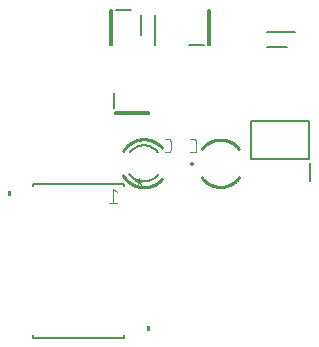
<source format=gbr>
G04 EAGLE Gerber RS-274X export*
G75*
%MOMM*%
%FSLAX34Y34*%
%LPD*%
%INSilkscreen Bottom*%
%IPPOS*%
%AMOC8*
5,1,8,0,0,1.08239X$1,22.5*%
G01*
%ADD10C,0.101600*%
%ADD11C,0.200000*%
%ADD12C,0.152400*%
%ADD13C,0.254000*%
%ADD14C,0.076200*%

G36*
X-145156Y127620D02*
X-145156Y127620D01*
X-145154Y127619D01*
X-145111Y127639D01*
X-145067Y127657D01*
X-145067Y127659D01*
X-145065Y127660D01*
X-145032Y127745D01*
X-145032Y131555D01*
X-145033Y131557D01*
X-145032Y131559D01*
X-145052Y131602D01*
X-145070Y131646D01*
X-145072Y131646D01*
X-145073Y131648D01*
X-145158Y131681D01*
X-147698Y131681D01*
X-147700Y131680D01*
X-147702Y131681D01*
X-147745Y131661D01*
X-147789Y131643D01*
X-147789Y131641D01*
X-147791Y131640D01*
X-147824Y131555D01*
X-147824Y127745D01*
X-147823Y127743D01*
X-147824Y127741D01*
X-147804Y127698D01*
X-147786Y127654D01*
X-147784Y127654D01*
X-147783Y127652D01*
X-147698Y127619D01*
X-145158Y127619D01*
X-145156Y127620D01*
G37*
G36*
X-27300Y13320D02*
X-27300Y13320D01*
X-27298Y13319D01*
X-27255Y13339D01*
X-27211Y13357D01*
X-27211Y13359D01*
X-27209Y13360D01*
X-27176Y13445D01*
X-27176Y17255D01*
X-27177Y17257D01*
X-27176Y17259D01*
X-27196Y17302D01*
X-27214Y17346D01*
X-27216Y17346D01*
X-27217Y17348D01*
X-27302Y17381D01*
X-29842Y17381D01*
X-29844Y17380D01*
X-29846Y17381D01*
X-29889Y17361D01*
X-29933Y17343D01*
X-29933Y17341D01*
X-29935Y17340D01*
X-29968Y17255D01*
X-29968Y13445D01*
X-29967Y13443D01*
X-29968Y13441D01*
X-29948Y13398D01*
X-29930Y13354D01*
X-29928Y13354D01*
X-29927Y13352D01*
X-29842Y13319D01*
X-27302Y13319D01*
X-27300Y13320D01*
G37*
D10*
X-55508Y130746D02*
X-58754Y133342D01*
X-58754Y121658D01*
X-61999Y121658D02*
X-55508Y121658D01*
X6799Y164158D02*
X9396Y164158D01*
X9495Y164160D01*
X9595Y164166D01*
X9694Y164175D01*
X9792Y164188D01*
X9890Y164205D01*
X9988Y164226D01*
X10084Y164251D01*
X10179Y164279D01*
X10273Y164311D01*
X10366Y164346D01*
X10458Y164385D01*
X10548Y164428D01*
X10636Y164473D01*
X10723Y164523D01*
X10807Y164575D01*
X10890Y164631D01*
X10970Y164689D01*
X11048Y164751D01*
X11123Y164816D01*
X11196Y164884D01*
X11266Y164954D01*
X11334Y165027D01*
X11399Y165102D01*
X11461Y165180D01*
X11519Y165260D01*
X11575Y165343D01*
X11627Y165427D01*
X11677Y165514D01*
X11722Y165602D01*
X11765Y165692D01*
X11804Y165784D01*
X11839Y165877D01*
X11871Y165971D01*
X11899Y166066D01*
X11924Y166162D01*
X11945Y166260D01*
X11962Y166358D01*
X11975Y166456D01*
X11984Y166555D01*
X11990Y166655D01*
X11992Y166754D01*
X11992Y173246D01*
X11990Y173345D01*
X11984Y173445D01*
X11975Y173544D01*
X11962Y173642D01*
X11945Y173740D01*
X11924Y173838D01*
X11899Y173934D01*
X11871Y174029D01*
X11839Y174123D01*
X11804Y174216D01*
X11765Y174308D01*
X11722Y174398D01*
X11677Y174486D01*
X11627Y174573D01*
X11575Y174657D01*
X11519Y174740D01*
X11461Y174820D01*
X11399Y174898D01*
X11334Y174973D01*
X11266Y175046D01*
X11196Y175116D01*
X11123Y175184D01*
X11048Y175249D01*
X10970Y175311D01*
X10890Y175369D01*
X10807Y175425D01*
X10723Y175477D01*
X10636Y175527D01*
X10548Y175572D01*
X10458Y175615D01*
X10366Y175654D01*
X10273Y175689D01*
X10179Y175721D01*
X10084Y175749D01*
X9988Y175774D01*
X9890Y175795D01*
X9792Y175812D01*
X9694Y175825D01*
X9595Y175834D01*
X9495Y175840D01*
X9396Y175842D01*
X6799Y175842D01*
X-12321Y164158D02*
X-14918Y164158D01*
X-12321Y164158D02*
X-12222Y164160D01*
X-12122Y164166D01*
X-12023Y164175D01*
X-11925Y164188D01*
X-11827Y164205D01*
X-11729Y164226D01*
X-11633Y164251D01*
X-11538Y164279D01*
X-11444Y164311D01*
X-11351Y164346D01*
X-11259Y164385D01*
X-11169Y164428D01*
X-11081Y164473D01*
X-10994Y164523D01*
X-10910Y164575D01*
X-10827Y164631D01*
X-10747Y164689D01*
X-10669Y164751D01*
X-10594Y164816D01*
X-10521Y164884D01*
X-10451Y164954D01*
X-10383Y165027D01*
X-10318Y165102D01*
X-10256Y165180D01*
X-10198Y165260D01*
X-10142Y165343D01*
X-10090Y165427D01*
X-10040Y165514D01*
X-9995Y165602D01*
X-9952Y165692D01*
X-9913Y165784D01*
X-9878Y165877D01*
X-9846Y165971D01*
X-9818Y166066D01*
X-9793Y166162D01*
X-9772Y166260D01*
X-9755Y166358D01*
X-9742Y166456D01*
X-9733Y166555D01*
X-9727Y166655D01*
X-9725Y166754D01*
X-9725Y173246D01*
X-9727Y173345D01*
X-9733Y173445D01*
X-9742Y173544D01*
X-9755Y173642D01*
X-9772Y173740D01*
X-9793Y173838D01*
X-9818Y173934D01*
X-9846Y174029D01*
X-9878Y174123D01*
X-9913Y174216D01*
X-9952Y174308D01*
X-9995Y174398D01*
X-10040Y174486D01*
X-10090Y174573D01*
X-10142Y174657D01*
X-10198Y174740D01*
X-10256Y174820D01*
X-10318Y174898D01*
X-10383Y174973D01*
X-10451Y175046D01*
X-10521Y175116D01*
X-10594Y175184D01*
X-10669Y175249D01*
X-10747Y175311D01*
X-10827Y175369D01*
X-10910Y175425D01*
X-10994Y175477D01*
X-11081Y175527D01*
X-11169Y175572D01*
X-11259Y175615D01*
X-11351Y175654D01*
X-11443Y175689D01*
X-11538Y175721D01*
X-11633Y175749D01*
X-11729Y175774D01*
X-11827Y175795D01*
X-11925Y175812D01*
X-12023Y175825D01*
X-12122Y175834D01*
X-12222Y175840D01*
X-12321Y175842D01*
X-14918Y175842D01*
D11*
X-22650Y255100D02*
X-22650Y280600D01*
X-35150Y280600D02*
X-35150Y263600D01*
X107020Y190980D02*
X107020Y159020D01*
X107020Y190980D02*
X57980Y190980D01*
X57980Y159020D01*
X107020Y159020D01*
X108300Y155520D02*
X108300Y140250D01*
D12*
X-20099Y146142D02*
X-20318Y145842D01*
X-20545Y145548D01*
X-20779Y145260D01*
X-21020Y144977D01*
X-21267Y144700D01*
X-21522Y144429D01*
X-21783Y144165D01*
X-22050Y143907D01*
X-22323Y143656D01*
X-22603Y143411D01*
X-22888Y143173D01*
X-23179Y142943D01*
X-23476Y142719D01*
X-23778Y142503D01*
X-24085Y142294D01*
X-24397Y142093D01*
X-24714Y141899D01*
X-25036Y141713D01*
X-25362Y141535D01*
X-25692Y141365D01*
X-26026Y141203D01*
X-26364Y141050D01*
X-26706Y140904D01*
X-27051Y140767D01*
X-27400Y140639D01*
X-27751Y140519D01*
X-28106Y140407D01*
X-28463Y140305D01*
X-28822Y140210D01*
X-29183Y140125D01*
X-29547Y140049D01*
X-29912Y139981D01*
X-30279Y139923D01*
X-30647Y139873D01*
X-31016Y139832D01*
X-31386Y139801D01*
X-31757Y139778D01*
X-32128Y139765D01*
X-32500Y139760D01*
X-32872Y139765D01*
X-33243Y139778D01*
X-33615Y139801D01*
X-33985Y139833D01*
X-34355Y139873D01*
X-34723Y139923D01*
X-35091Y139982D01*
X-35456Y140049D01*
X-35820Y140126D01*
X-36182Y140212D01*
X-36542Y140306D01*
X-36899Y140409D01*
X-37254Y140520D01*
X-37606Y140641D01*
X-37955Y140770D01*
X-38300Y140907D01*
X-38642Y141053D01*
X-38981Y141207D01*
X-39316Y141369D01*
X-39646Y141539D01*
X-39972Y141718D01*
X-40294Y141904D01*
X-40612Y142098D01*
X-40924Y142300D01*
X-41231Y142509D01*
X-41533Y142726D01*
X-41830Y142950D01*
X-42122Y143181D01*
X-42407Y143419D01*
X-42687Y143665D01*
X-42960Y143917D01*
X-43228Y144175D01*
X-43488Y144440D01*
X-43743Y144711D01*
X-43991Y144989D01*
X-44231Y145272D01*
X-44465Y145561D01*
X-44692Y145856D01*
X-32500Y170240D02*
X-32135Y170236D01*
X-31770Y170223D01*
X-31406Y170201D01*
X-31043Y170170D01*
X-30680Y170131D01*
X-30318Y170083D01*
X-29958Y170026D01*
X-29599Y169961D01*
X-29241Y169888D01*
X-28886Y169805D01*
X-28533Y169715D01*
X-28181Y169615D01*
X-27833Y169508D01*
X-27487Y169392D01*
X-27144Y169268D01*
X-26804Y169135D01*
X-26467Y168995D01*
X-26134Y168847D01*
X-25804Y168690D01*
X-25478Y168526D01*
X-25156Y168354D01*
X-24839Y168174D01*
X-24526Y167987D01*
X-24217Y167793D01*
X-23913Y167591D01*
X-23614Y167381D01*
X-23320Y167165D01*
X-23032Y166942D01*
X-22749Y166712D01*
X-22471Y166475D01*
X-22199Y166232D01*
X-21933Y165982D01*
X-21673Y165726D01*
X-21420Y165463D01*
X-21172Y165195D01*
X-20932Y164921D01*
X-20697Y164641D01*
X-20470Y164356D01*
X-32500Y170240D02*
X-32865Y170236D01*
X-33230Y170223D01*
X-33594Y170201D01*
X-33957Y170170D01*
X-34320Y170131D01*
X-34682Y170083D01*
X-35042Y170026D01*
X-35401Y169961D01*
X-35759Y169888D01*
X-36114Y169805D01*
X-36467Y169715D01*
X-36819Y169615D01*
X-37167Y169508D01*
X-37513Y169392D01*
X-37856Y169268D01*
X-38196Y169135D01*
X-38533Y168995D01*
X-38866Y168847D01*
X-39196Y168690D01*
X-39522Y168526D01*
X-39844Y168354D01*
X-40161Y168174D01*
X-40474Y167987D01*
X-40783Y167793D01*
X-41087Y167591D01*
X-41386Y167381D01*
X-41680Y167165D01*
X-41968Y166942D01*
X-42251Y166712D01*
X-42529Y166475D01*
X-42801Y166232D01*
X-43067Y165982D01*
X-43327Y165726D01*
X-43580Y165463D01*
X-43828Y165195D01*
X-44068Y164921D01*
X-44303Y164641D01*
X-44530Y164356D01*
D13*
X-32500Y134680D02*
X-32006Y134686D01*
X-31512Y134704D01*
X-31018Y134734D01*
X-30525Y134776D01*
X-30034Y134830D01*
X-29544Y134896D01*
X-29056Y134974D01*
X-28569Y135064D01*
X-28085Y135165D01*
X-27604Y135279D01*
X-27126Y135404D01*
X-26650Y135540D01*
X-26179Y135688D01*
X-25711Y135848D01*
X-25247Y136019D01*
X-24787Y136201D01*
X-24332Y136394D01*
X-23881Y136598D01*
X-23436Y136813D01*
X-22996Y137039D01*
X-22562Y137276D01*
X-22134Y137523D01*
X-21712Y137780D01*
X-21296Y138048D01*
X-20887Y138326D01*
X-20485Y138613D01*
X-20089Y138910D01*
X-19702Y139217D01*
X-19321Y139533D01*
X-18949Y139858D01*
X-18584Y140193D01*
X-18228Y140536D01*
X-17881Y140887D01*
X-17541Y141247D01*
X-17211Y141615D01*
X-16890Y141991D01*
X-32500Y134680D02*
X-32988Y134686D01*
X-33475Y134703D01*
X-33962Y134733D01*
X-34449Y134774D01*
X-34934Y134826D01*
X-35418Y134891D01*
X-35900Y134967D01*
X-36380Y135054D01*
X-36858Y135153D01*
X-37333Y135263D01*
X-37806Y135385D01*
X-38275Y135518D01*
X-38742Y135663D01*
X-39204Y135818D01*
X-39663Y135985D01*
X-40118Y136162D01*
X-40568Y136351D01*
X-41013Y136550D01*
X-41454Y136760D01*
X-41890Y136980D01*
X-42320Y137211D01*
X-42744Y137452D01*
X-43162Y137703D01*
X-43575Y137964D01*
X-43981Y138235D01*
X-44380Y138515D01*
X-44773Y138805D01*
X-45158Y139105D01*
X-45536Y139414D01*
X-45907Y139731D01*
X-46269Y140058D01*
X-46624Y140393D01*
X-46971Y140736D01*
X-47309Y141088D01*
X-47639Y141447D01*
X-47960Y141815D01*
X-48273Y142190D01*
X-48576Y142573D01*
X-48870Y142962D01*
X-49154Y143359D01*
X-49429Y143762D01*
X-49694Y144172D01*
X-49949Y144588D01*
X-50194Y145010D01*
X-50429Y145438D01*
X-32500Y175320D02*
X-32010Y175314D01*
X-31520Y175296D01*
X-31031Y175267D01*
X-30542Y175225D01*
X-30055Y175172D01*
X-29569Y175108D01*
X-29085Y175031D01*
X-28603Y174943D01*
X-28123Y174843D01*
X-27645Y174732D01*
X-27171Y174609D01*
X-26699Y174474D01*
X-26231Y174329D01*
X-25767Y174172D01*
X-25306Y174004D01*
X-24850Y173825D01*
X-24398Y173635D01*
X-23951Y173434D01*
X-23509Y173222D01*
X-23072Y173000D01*
X-22640Y172768D01*
X-22214Y172525D01*
X-21795Y172271D01*
X-21381Y172008D01*
X-20974Y171735D01*
X-20574Y171452D01*
X-20180Y171159D01*
X-19794Y170858D01*
X-19415Y170546D01*
X-19044Y170226D01*
X-18681Y169897D01*
X-18325Y169560D01*
X-17978Y169213D01*
X-17640Y168859D01*
X-17310Y168496D01*
X-16988Y168126D01*
X-32500Y175320D02*
X-32997Y175314D01*
X-33494Y175296D01*
X-33990Y175265D01*
X-34485Y175223D01*
X-34979Y175168D01*
X-35472Y175102D01*
X-35962Y175023D01*
X-36451Y174932D01*
X-36937Y174830D01*
X-37421Y174715D01*
X-37901Y174589D01*
X-38379Y174451D01*
X-38853Y174302D01*
X-39323Y174141D01*
X-39789Y173968D01*
X-40251Y173784D01*
X-40708Y173589D01*
X-41160Y173383D01*
X-41607Y173166D01*
X-42048Y172937D01*
X-42484Y172699D01*
X-42914Y172449D01*
X-43337Y172189D01*
X-43755Y171919D01*
X-44165Y171639D01*
X-44568Y171349D01*
X-44965Y171049D01*
X-45353Y170739D01*
X-45734Y170420D01*
X-46107Y170092D01*
X-46472Y169755D01*
X-46829Y169409D01*
X-47177Y169054D01*
X-47516Y168691D01*
X-47847Y168320D01*
X-48168Y167940D01*
X-48480Y167553D01*
X-48782Y167159D01*
X-49074Y166757D01*
X-49357Y166348D01*
X-49629Y165933D01*
X-49892Y165510D01*
X-50143Y165082D01*
X16382Y166840D02*
X16664Y167223D01*
X16955Y167600D01*
X17255Y167969D01*
X17564Y168330D01*
X17882Y168684D01*
X18208Y169030D01*
X18543Y169368D01*
X18886Y169698D01*
X19237Y170020D01*
X19595Y170333D01*
X19961Y170637D01*
X20334Y170932D01*
X20715Y171217D01*
X21102Y171494D01*
X21495Y171761D01*
X21896Y172018D01*
X22302Y172266D01*
X22714Y172503D01*
X23132Y172731D01*
X23555Y172948D01*
X23983Y173155D01*
X24417Y173352D01*
X24855Y173537D01*
X25297Y173713D01*
X25743Y173877D01*
X26194Y174030D01*
X26648Y174173D01*
X27105Y174304D01*
X27565Y174424D01*
X28028Y174533D01*
X28494Y174631D01*
X28962Y174717D01*
X29432Y174792D01*
X29903Y174856D01*
X30376Y174908D01*
X30850Y174948D01*
X31325Y174977D01*
X31800Y174994D01*
X32276Y175000D01*
X32752Y174994D01*
X33227Y174977D01*
X33702Y174948D01*
X34176Y174908D01*
X34649Y174856D01*
X35120Y174792D01*
X35590Y174717D01*
X36058Y174631D01*
X36524Y174533D01*
X36987Y174424D01*
X37447Y174304D01*
X37904Y174173D01*
X38358Y174030D01*
X38809Y173877D01*
X39255Y173713D01*
X39697Y173537D01*
X40135Y173352D01*
X40569Y173155D01*
X40997Y172948D01*
X41420Y172731D01*
X41838Y172503D01*
X42250Y172266D01*
X42656Y172018D01*
X43057Y171761D01*
X43450Y171494D01*
X43837Y171217D01*
X44218Y170932D01*
X44591Y170637D01*
X44957Y170333D01*
X45315Y170020D01*
X45666Y169698D01*
X46009Y169368D01*
X46344Y169030D01*
X46670Y168684D01*
X46988Y168330D01*
X47297Y167969D01*
X47597Y167600D01*
X47888Y167223D01*
X48170Y166840D01*
X48170Y143001D02*
X47881Y142619D01*
X47584Y142245D01*
X47277Y141878D01*
X46962Y141519D01*
X46638Y141168D01*
X46306Y140824D01*
X45965Y140489D01*
X45616Y140162D01*
X45260Y139843D01*
X44896Y139534D01*
X44524Y139233D01*
X44145Y138941D01*
X43760Y138659D01*
X43367Y138386D01*
X42968Y138123D01*
X42563Y137870D01*
X42151Y137626D01*
X41734Y137393D01*
X41312Y137169D01*
X40884Y136956D01*
X40451Y136754D01*
X40013Y136562D01*
X39570Y136381D01*
X39124Y136210D01*
X38673Y136051D01*
X38219Y135902D01*
X37761Y135765D01*
X37300Y135639D01*
X36836Y135524D01*
X36369Y135420D01*
X35900Y135328D01*
X35429Y135247D01*
X34956Y135177D01*
X34482Y135119D01*
X34006Y135073D01*
X33529Y135038D01*
X33052Y135015D01*
X32574Y135003D01*
X32096Y135003D01*
X31618Y135015D01*
X31141Y135038D01*
X30664Y135073D01*
X30188Y135119D01*
X29714Y135177D01*
X29241Y135247D01*
X28770Y135328D01*
X28301Y135420D01*
X27834Y135524D01*
X27370Y135639D01*
X26909Y135765D01*
X26451Y135902D01*
X25997Y136051D01*
X25546Y136210D01*
X25100Y136381D01*
X24657Y136562D01*
X24219Y136754D01*
X23786Y136956D01*
X23358Y137169D01*
X22936Y137393D01*
X22519Y137626D01*
X22107Y137870D01*
X21702Y138123D01*
X21303Y138386D01*
X20910Y138659D01*
X20525Y138941D01*
X20146Y139233D01*
X19774Y139534D01*
X19410Y139843D01*
X19054Y140162D01*
X18705Y140489D01*
X18364Y140824D01*
X18032Y141168D01*
X17708Y141519D01*
X17393Y141878D01*
X17086Y142245D01*
X16789Y142619D01*
X16500Y143001D01*
X7500Y154600D02*
X7502Y154637D01*
X7508Y154674D01*
X7518Y154710D01*
X7531Y154745D01*
X7548Y154778D01*
X7569Y154809D01*
X7593Y154837D01*
X7620Y154863D01*
X7649Y154886D01*
X7680Y154906D01*
X7714Y154922D01*
X7749Y154935D01*
X7785Y154944D01*
X7822Y154949D01*
X7859Y154950D01*
X7896Y154947D01*
X7933Y154940D01*
X7969Y154929D01*
X8003Y154915D01*
X8036Y154897D01*
X8066Y154875D01*
X8094Y154851D01*
X8119Y154823D01*
X8142Y154793D01*
X8161Y154761D01*
X8176Y154727D01*
X8188Y154692D01*
X8196Y154656D01*
X8200Y154619D01*
X8200Y154581D01*
X8196Y154544D01*
X8188Y154508D01*
X8176Y154473D01*
X8161Y154439D01*
X8142Y154407D01*
X8119Y154377D01*
X8094Y154349D01*
X8066Y154325D01*
X8036Y154303D01*
X8003Y154285D01*
X7969Y154271D01*
X7933Y154260D01*
X7896Y154253D01*
X7859Y154250D01*
X7822Y154251D01*
X7785Y154256D01*
X7749Y154265D01*
X7714Y154278D01*
X7680Y154294D01*
X7649Y154314D01*
X7620Y154337D01*
X7593Y154363D01*
X7569Y154391D01*
X7548Y154422D01*
X7531Y154455D01*
X7518Y154490D01*
X7508Y154526D01*
X7502Y154563D01*
X7500Y154600D01*
D11*
X-59250Y284600D02*
X-60750Y284600D01*
X-60750Y255400D01*
X-59250Y255400D01*
X-59250Y284600D01*
X-55750Y285050D02*
X-43250Y285050D01*
X71500Y266250D02*
X95700Y266250D01*
X88500Y253750D02*
X71500Y253750D01*
X23250Y255400D02*
X21750Y255400D01*
X23250Y255400D02*
X23250Y284600D01*
X21750Y284600D01*
X21750Y255400D01*
X18250Y255000D02*
X5750Y255000D01*
D12*
X-48892Y7222D02*
X-126108Y7222D01*
X-126108Y9254D01*
X-126108Y137778D02*
X-48892Y137778D01*
X-48892Y135746D01*
X-48892Y9254D02*
X-48892Y7222D01*
X-126108Y135746D02*
X-126108Y137778D01*
D14*
X-36157Y138992D02*
X-36157Y142971D01*
X-36157Y138992D02*
X-38478Y136007D01*
X-36157Y138992D02*
X-33835Y136007D01*
X-36157Y138992D02*
X-39804Y140318D01*
X-36157Y138992D02*
X-32509Y140318D01*
D11*
X-57100Y196750D02*
X-57100Y198250D01*
X-57100Y196750D02*
X-27900Y196750D01*
X-27900Y198250D01*
X-57100Y198250D01*
X-57550Y201750D02*
X-57550Y214250D01*
M02*

</source>
